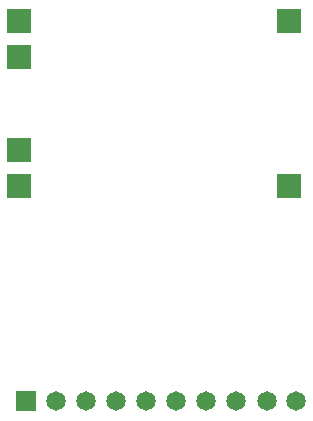
<source format=gbr>
%TF.GenerationSoftware,KiCad,Pcbnew,(6.0.2)*%
%TF.CreationDate,2022-04-13T16:43:27-04:00*%
%TF.ProjectId,breakout_slime,62726561-6b6f-4757-945f-736c696d652e,v0.1.3*%
%TF.SameCoordinates,Original*%
%TF.FileFunction,Paste,Bot*%
%TF.FilePolarity,Positive*%
%FSLAX46Y46*%
G04 Gerber Fmt 4.6, Leading zero omitted, Abs format (unit mm)*
G04 Created by KiCad (PCBNEW (6.0.2)) date 2022-04-13 16:43:27*
%MOMM*%
%LPD*%
G01*
G04 APERTURE LIST*
%ADD10C,1.651000*%
%ADD11R,1.651000X1.651000*%
%ADD12R,2.000000X2.000000*%
G04 APERTURE END LIST*
D10*
%TO.C,U3*%
X102206037Y-62860969D03*
X99793037Y-62860969D03*
D11*
X79346037Y-62860969D03*
D10*
X81886037Y-62860969D03*
X84426037Y-62860969D03*
X86966037Y-62860969D03*
X89506037Y-62860969D03*
X92046037Y-62860969D03*
X94586037Y-62860969D03*
X97126037Y-62860969D03*
%TD*%
D12*
%TO.C,U1*%
X101641015Y-44670579D03*
X101641015Y-30700579D03*
X78781015Y-30700579D03*
X78781015Y-33748579D03*
X78781015Y-41622579D03*
X78781015Y-44670579D03*
%TD*%
M02*

</source>
